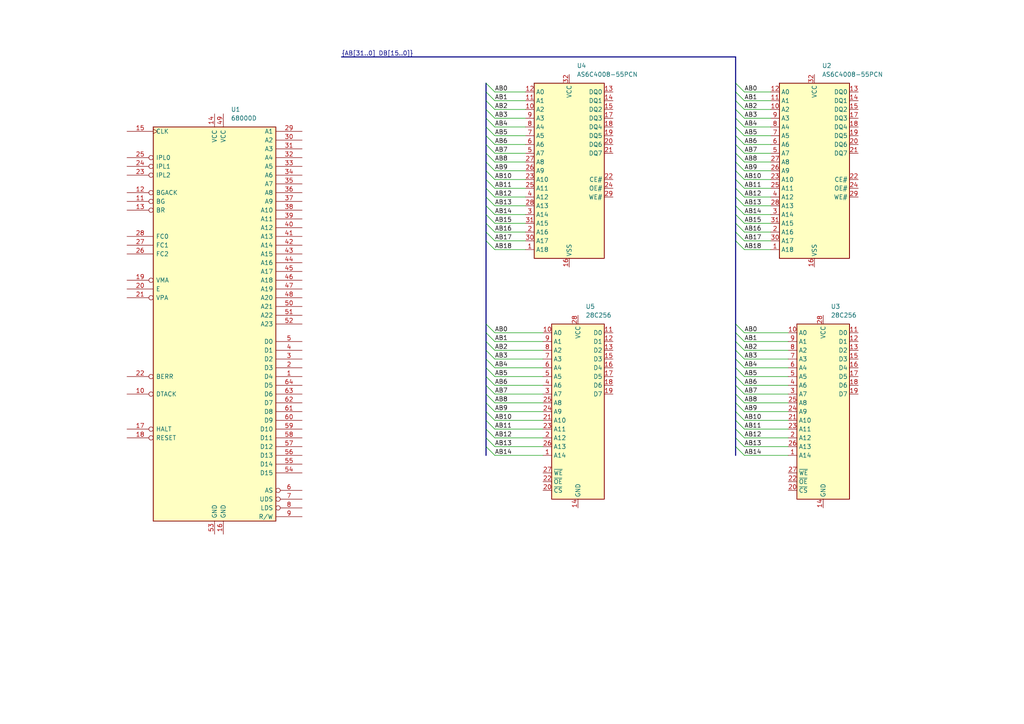
<source format=kicad_sch>
(kicad_sch (version 20231120) (generator "eeschema") (generator_version "8.0")
  (paper "A4")
  (lib_symbols
    (symbol "CPU_NXP_68000:68000D" (pin_names (offset 0.762))
      (property "Reference" "U" (at 0 2.54 0))
      (property "Value" "68000D" (at 0 -3.81 0))
      (symbol "68000D_0_1"
        (rectangle (start -17.78 57.15) (end 17.78 -57.15) (stroke (width 0.254)) (fill (type background)))
      )
      (symbol "68000D_1_1"
        (pin bidirectional line (at 25.4 -15.24 180) (length 7.62) (name "D4") (number "1"))
        (pin input inverted (at -25.4 -20.32 0) (length 7.62) (name "DTACK") (number "10"))
        (pin output inverted (at -25.4 35.56 0) (length 7.62) (name "BG") (number "11"))
        (pin input inverted (at -25.4 38.1 0) (length 7.62) (name "BGACK") (number "12"))
        (pin input inverted (at -25.4 33.02 0) (length 7.62) (name "BR") (number "13"))
        (pin power_in line (at 0 60.96 270) (length 3.81) (name "VCC") (number "14"))
        (pin input clock (at -25.4 55.88 0) (length 7.62) (name "CLK") (number "15"))
        (pin power_in line (at 2.54 -60.96 90) (length 3.81) (name "GND") (number "16"))
        (pin bidirectional inverted (at -25.4 -30.48 0) (length 7.62) (name "HALT") (number "17"))
        (pin bidirectional inverted (at -25.4 -33.02 0) (length 7.62) (name "RESET") (number "18"))
        (pin output inverted (at -25.4 12.7 0) (length 7.62) (name "VMA") (number "19"))
        (pin bidirectional line (at 25.4 -12.7 180) (length 7.62) (name "D3") (number "2"))
        (pin output line (at -25.4 10.16 0) (length 7.62) (name "E") (number "20"))
        (pin input inverted (at -25.4 7.62 0) (length 7.62) (name "VPA") (number "21"))
        (pin input inverted (at -25.4 -15.24 0) (length 7.62) (name "BERR") (number "22"))
        (pin input inverted (at -25.4 43.18 0) (length 7.62) (name "IPL2") (number "23"))
        (pin input inverted (at -25.4 45.72 0) (length 7.62) (name "IPL1") (number "24"))
        (pin input inverted (at -25.4 48.26 0) (length 7.62) (name "IPL0") (number "25"))
        (pin output line (at -25.4 20.32 0) (length 7.62) (name "FC2") (number "26"))
        (pin output line (at -25.4 22.86 0) (length 7.62) (name "FC1") (number "27"))
        (pin output line (at -25.4 25.4 0) (length 7.62) (name "FC0") (number "28"))
        (pin output line (at 25.4 55.88 180) (length 7.62) (name "A1") (number "29"))
        (pin bidirectional line (at 25.4 -10.16 180) (length 7.62) (name "D2") (number "3"))
        (pin output line (at 25.4 53.34 180) (length 7.62) (name "A2") (number "30"))
        (pin output line (at 25.4 50.8 180) (length 7.62) (name "A3") (number "31"))
        (pin output line (at 25.4 48.26 180) (length 7.62) (name "A4") (number "32"))
        (pin output line (at 25.4 45.72 180) (length 7.62) (name "A5") (number "33"))
        (pin output line (at 25.4 43.18 180) (length 7.62) (name "A6") (number "34"))
        (pin output line (at 25.4 40.64 180) (length 7.62) (name "A7") (number "35"))
        (pin output line (at 25.4 38.1 180) (length 7.62) (name "A8") (number "36"))
        (pin output line (at 25.4 35.56 180) (length 7.62) (name "A9") (number "37"))
        (pin output line (at 25.4 33.02 180) (length 7.62) (name "A10") (number "38"))
        (pin output line (at 25.4 30.48 180) (length 7.62) (name "A11") (number "39"))
        (pin bidirectional line (at 25.4 -7.62 180) (length 7.62) (name "D1") (number "4"))
        (pin output line (at 25.4 27.94 180) (length 7.62) (name "A12") (number "40"))
        (pin output line (at 25.4 25.4 180) (length 7.62) (name "A13") (number "41"))
        (pin output line (at 25.4 22.86 180) (length 7.62) (name "A14") (number "42"))
        (pin output line (at 25.4 20.32 180) (length 7.62) (name "A15") (number "43"))
        (pin output line (at 25.4 17.78 180) (length 7.62) (name "A16") (number "44"))
        (pin output line (at 25.4 15.24 180) (length 7.62) (name "A17") (number "45"))
        (pin output line (at 25.4 12.7 180) (length 7.62) (name "A18") (number "46"))
        (pin output line (at 25.4 10.16 180) (length 7.62) (name "A19") (number "47"))
        (pin output line (at 25.4 7.62 180) (length 7.62) (name "A20") (number "48"))
        (pin power_in line (at 2.54 60.96 270) (length 3.81) (name "VCC") (number "49"))
        (pin bidirectional line (at 25.4 -5.08 180) (length 7.62) (name "D0") (number "5"))
        (pin output line (at 25.4 5.08 180) (length 7.62) (name "A21") (number "50"))
        (pin output line (at 25.4 2.54 180) (length 7.62) (name "A22") (number "51"))
        (pin output line (at 25.4 0 180) (length 7.62) (name "A23") (number "52"))
        (pin power_in line (at 0 -60.96 90) (length 3.81) (name "GND") (number "53"))
        (pin bidirectional line (at 25.4 -43.18 180) (length 7.62) (name "D15") (number "54"))
        (pin bidirectional line (at 25.4 -40.64 180) (length 7.62) (name "D14") (number "55"))
        (pin bidirectional line (at 25.4 -38.1 180) (length 7.62) (name "D13") (number "56"))
        (pin bidirectional line (at 25.4 -35.56 180) (length 7.62) (name "D12") (number "57"))
        (pin bidirectional line (at 25.4 -33.02 180) (length 7.62) (name "D11") (number "58"))
        (pin bidirectional line (at 25.4 -30.48 180) (length 7.62) (name "D10") (number "59"))
        (pin output inverted (at 25.4 -48.26 180) (length 7.62) (name "AS") (number "6"))
        (pin bidirectional line (at 25.4 -27.94 180) (length 7.62) (name "D9") (number "60"))
        (pin bidirectional line (at 25.4 -25.4 180) (length 7.62) (name "D8") (number "61"))
        (pin bidirectional line (at 25.4 -22.86 180) (length 7.62) (name "D7") (number "62"))
        (pin bidirectional line (at 25.4 -20.32 180) (length 7.62) (name "D6") (number "63"))
        (pin bidirectional line (at 25.4 -17.78 180) (length 7.62) (name "D5") (number "64"))
        (pin output inverted (at 25.4 -50.8 180) (length 7.62) (name "UDS") (number "7"))
        (pin output inverted (at 25.4 -53.34 180) (length 7.62) (name "LDS") (number "8"))
        (pin output line (at 25.4 -55.88 180) (length 7.62) (name "R/W") (number "9"))
      )
    )
    (symbol "Memory_EEPROM:28C256"
      (property "Reference" "U" (at -7.62 26.67 0))
      (property "Value" "28C256" (at 2.54 -26.67 0))
      (symbol "28C256_1_1"
        (rectangle (start -7.62 25.4) (end 7.62 -25.4) (stroke (width 0.254)) (fill (type background)))
        (pin input line (at -10.16 -12.7 0) (length 2.54) (name "A14") (number "1"))
        (pin input line (at -10.16 22.86 0) (length 2.54) (name "A0") (number "10"))
        (pin tri_state line (at 10.16 22.86 180) (length 2.54) (name "D0") (number "11"))
        (pin tri_state line (at 10.16 20.32 180) (length 2.54) (name "D1") (number "12"))
        (pin tri_state line (at 10.16 17.78 180) (length 2.54) (name "D2") (number "13"))
        (pin power_in line (at 0 -27.94 90) (length 2.54) (name "GND") (number "14"))
        (pin tri_state line (at 10.16 15.24 180) (length 2.54) (name "D3") (number "15"))
        (pin tri_state line (at 10.16 12.7 180) (length 2.54) (name "D4") (number "16"))
        (pin tri_state line (at 10.16 10.16 180) (length 2.54) (name "D5") (number "17"))
        (pin tri_state line (at 10.16 7.62 180) (length 2.54) (name "D6") (number "18"))
        (pin tri_state line (at 10.16 5.08 180) (length 2.54) (name "D7") (number "19"))
        (pin input line (at -10.16 -7.62 0) (length 2.54) (name "A12") (number "2"))
        (pin input line (at -10.16 -22.86 0) (length 2.54) (name "~{CS}") (number "20"))
        (pin input line (at -10.16 -2.54 0) (length 2.54) (name "A10") (number "21"))
        (pin input line (at -10.16 -20.32 0) (length 2.54) (name "~{OE}") (number "22"))
        (pin input line (at -10.16 -5.08 0) (length 2.54) (name "A11") (number "23"))
        (pin input line (at -10.16 0 0) (length 2.54) (name "A9") (number "24"))
        (pin input line (at -10.16 2.54 0) (length 2.54) (name "A8") (number "25"))
        (pin input line (at -10.16 -10.16 0) (length 2.54) (name "A13") (number "26"))
        (pin input line (at -10.16 -17.78 0) (length 2.54) (name "~{WE}") (number "27"))
        (pin power_in line (at 0 27.94 270) (length 2.54) (name "VCC") (number "28"))
        (pin input line (at -10.16 5.08 0) (length 2.54) (name "A7") (number "3"))
        (pin input line (at -10.16 7.62 0) (length 2.54) (name "A6") (number "4"))
        (pin input line (at -10.16 10.16 0) (length 2.54) (name "A5") (number "5"))
        (pin input line (at -10.16 12.7 0) (length 2.54) (name "A4") (number "6"))
        (pin input line (at -10.16 15.24 0) (length 2.54) (name "A3") (number "7"))
        (pin input line (at -10.16 17.78 0) (length 2.54) (name "A2") (number "8"))
        (pin input line (at -10.16 20.32 0) (length 2.54) (name "A1") (number "9"))
      )
    )
    (symbol "Memory_RAM:AS6C4008-55PCN"
      (property "Reference" "U" (at -10.16 26.035 0))
      (property "Value" "AS6C4008-55PCN" (at 2.54 26.035 0))
      (symbol "AS6C4008-55PCN_0_0"
        (pin power_in line (at 0 -27.94 90) (length 2.54) (name "VSS") (number "16"))
        (pin power_in line (at 0 27.94 270) (length 2.54) (name "VCC") (number "32"))
      )
      (symbol "AS6C4008-55PCN_0_1"
        (rectangle (start -10.16 25.4) (end 10.16 -25.4) (stroke (width 0.254)) (fill (type background)))
      )
      (symbol "AS6C4008-55PCN_1_1"
        (pin input line (at -12.7 -22.86 0) (length 2.54) (name "A18") (number "1"))
        (pin input line (at -12.7 17.78 0) (length 2.54) (name "A2") (number "10"))
        (pin input line (at -12.7 20.32 0) (length 2.54) (name "A1") (number "11"))
        (pin input line (at -12.7 22.86 0) (length 2.54) (name "A0") (number "12"))
        (pin tri_state line (at 12.7 22.86 180) (length 2.54) (name "DQ0") (number "13"))
        (pin tri_state line (at 12.7 20.32 180) (length 2.54) (name "DQ1") (number "14"))
        (pin tri_state line (at 12.7 17.78 180) (length 2.54) (name "DQ2") (number "15"))
        (pin tri_state line (at 12.7 15.24 180) (length 2.54) (name "DQ3") (number "17"))
        (pin tri_state line (at 12.7 12.7 180) (length 2.54) (name "DQ4") (number "18"))
        (pin tri_state line (at 12.7 10.16 180) (length 2.54) (name "DQ5") (number "19"))
        (pin input line (at -12.7 -17.78 0) (length 2.54) (name "A16") (number "2"))
        (pin tri_state line (at 12.7 7.62 180) (length 2.54) (name "DQ6") (number "20"))
        (pin tri_state line (at 12.7 5.08 180) (length 2.54) (name "DQ7") (number "21"))
        (pin input line (at 12.7 -2.54 180) (length 2.54) (name "CE#") (number "22"))
        (pin input line (at -12.7 -2.54 0) (length 2.54) (name "A10") (number "23"))
        (pin input line (at 12.7 -5.08 180) (length 2.54) (name "OE#") (number "24"))
        (pin input line (at -12.7 -5.08 0) (length 2.54) (name "A11") (number "25"))
        (pin input line (at -12.7 0 0) (length 2.54) (name "A9") (number "26"))
        (pin input line (at -12.7 2.54 0) (length 2.54) (name "A8") (number "27"))
        (pin input line (at -12.7 -10.16 0) (length 2.54) (name "A13") (number "28"))
        (pin input line (at 12.7 -7.62 180) (length 2.54) (name "WE#") (number "29"))
        (pin input line (at -12.7 -12.7 0) (length 2.54) (name "A14") (number "3"))
        (pin input line (at -12.7 -20.32 0) (length 2.54) (name "A17") (number "30"))
        (pin input line (at -12.7 -15.24 0) (length 2.54) (name "A15") (number "31"))
        (pin input line (at -12.7 -7.62 0) (length 2.54) (name "A12") (number "4"))
        (pin input line (at -12.7 5.08 0) (length 2.54) (name "A7") (number "5"))
        (pin input line (at -12.7 7.62 0) (length 2.54) (name "A6") (number "6"))
        (pin input line (at -12.7 10.16 0) (length 2.54) (name "A5") (number "7"))
        (pin input line (at -12.7 12.7 0) (length 2.54) (name "A4") (number "8"))
        (pin input line (at -12.7 15.24 0) (length 2.54) (name "A3") (number "9"))
      )
    )
  )
  (bus_entry (at 213.36 59.69) (size 2.54 2.54))
  (bus_entry (at 213.36 36.83) (size 2.54 2.54))
  (bus_entry (at 140.97 121.92) (size 2.54 2.54))
  (bus_entry (at 213.36 106.68) (size 2.54 2.54))
  (bus_entry (at 140.97 57.15) (size 2.54 2.54))
  (bus_entry (at 140.97 34.29) (size 2.54 2.54))
  (bus_entry (at 140.97 59.69) (size 2.54 2.54))
  (bus_entry (at 140.97 46.99) (size 2.54 2.54))
  (bus_entry (at 140.97 62.23) (size 2.54 2.54))
  (bus_entry (at 140.97 114.3) (size 2.54 2.54))
  (bus_entry (at 140.97 69.85) (size 2.54 2.54))
  (bus_entry (at 213.36 96.52) (size 2.54 2.54))
  (bus_entry (at 140.97 106.68) (size 2.54 2.54))
  (bus_entry (at 140.97 124.46) (size 2.54 2.54))
  (bus_entry (at 140.97 52.07) (size 2.54 2.54))
  (bus_entry (at 213.36 29.21) (size 2.54 2.54))
  (bus_entry (at 213.36 46.99) (size 2.54 2.54))
  (bus_entry (at 213.36 67.31) (size 2.54 2.54))
  (bus_entry (at 140.97 49.53) (size 2.54 2.54))
  (bus_entry (at 213.36 64.77) (size 2.54 2.54))
  (bus_entry (at 213.36 93.98) (size 2.54 2.54))
  (bus_entry (at 213.36 57.15) (size 2.54 2.54))
  (bus_entry (at 213.36 44.45) (size 2.54 2.54))
  (bus_entry (at 213.36 52.07) (size 2.54 2.54))
  (bus_entry (at 213.36 101.6) (size 2.54 2.54))
  (bus_entry (at 140.97 24.13) (size 2.54 2.54))
  (bus_entry (at 213.36 31.75) (size 2.54 2.54))
  (bus_entry (at 140.97 104.14) (size 2.54 2.54))
  (bus_entry (at 140.97 54.61) (size 2.54 2.54))
  (bus_entry (at 213.36 121.92) (size 2.54 2.54))
  (bus_entry (at 140.97 99.06) (size 2.54 2.54))
  (bus_entry (at 140.97 109.22) (size 2.54 2.54))
  (bus_entry (at 140.97 31.75) (size 2.54 2.54))
  (bus_entry (at 213.36 34.29) (size 2.54 2.54))
  (bus_entry (at 213.36 49.53) (size 2.54 2.54))
  (bus_entry (at 140.97 64.77) (size 2.54 2.54))
  (bus_entry (at 213.36 24.13) (size 2.54 2.54))
  (bus_entry (at 140.97 96.52) (size 2.54 2.54))
  (bus_entry (at 140.97 127) (size 2.54 2.54))
  (bus_entry (at 213.36 124.46) (size 2.54 2.54))
  (bus_entry (at 213.36 116.84) (size 2.54 2.54))
  (bus_entry (at 213.36 26.67) (size 2.54 2.54))
  (bus_entry (at 140.97 129.54) (size 2.54 2.54))
  (bus_entry (at 140.97 116.84) (size 2.54 2.54))
  (bus_entry (at 140.97 93.98) (size 2.54 2.54))
  (bus_entry (at 140.97 101.6) (size 2.54 2.54))
  (bus_entry (at 213.36 114.3) (size 2.54 2.54))
  (bus_entry (at 213.36 109.22) (size 2.54 2.54))
  (bus_entry (at 213.36 39.37) (size 2.54 2.54))
  (bus_entry (at 213.36 119.38) (size 2.54 2.54))
  (bus_entry (at 213.36 111.76) (size 2.54 2.54))
  (bus_entry (at 213.36 62.23) (size 2.54 2.54))
  (bus_entry (at 213.36 129.54) (size 2.54 2.54))
  (bus_entry (at 140.97 41.91) (size 2.54 2.54))
  (bus_entry (at 213.36 54.61) (size 2.54 2.54))
  (bus_entry (at 140.97 39.37) (size 2.54 2.54))
  (bus_entry (at 213.36 99.06) (size 2.54 2.54))
  (bus_entry (at 140.97 67.31) (size 2.54 2.54))
  (bus_entry (at 140.97 119.38) (size 2.54 2.54))
  (bus_entry (at 140.97 26.67) (size 2.54 2.54))
  (bus_entry (at 140.97 29.21) (size 2.54 2.54))
  (bus_entry (at 140.97 44.45) (size 2.54 2.54))
  (bus_entry (at 213.36 127) (size 2.54 2.54))
  (bus_entry (at 213.36 104.14) (size 2.54 2.54))
  (bus_entry (at 140.97 36.83) (size 2.54 2.54))
  (bus_entry (at 213.36 41.91) (size 2.54 2.54))
  (bus_entry (at 140.97 111.76) (size 2.54 2.54))
  (bus_entry (at 213.36 69.85) (size 2.54 2.54))
  (wire (pts (xy 215.9 127) (xy 228.6 127)))
  (wire (pts (xy 143.51 49.53) (xy 152.4 49.53)))
  (wire (pts (xy 143.51 96.52) (xy 157.48 96.52)))
  (wire (pts (xy 143.51 121.92) (xy 157.48 121.92)))
  (wire (pts (xy 143.51 119.38) (xy 157.48 119.38)))
  (bus (pts (xy 213.36 104.14) (xy 213.36 106.68)))
  (wire (pts (xy 143.51 109.22) (xy 157.48 109.22)))
  (wire (pts (xy 215.9 104.14) (xy 228.6 104.14)))
  (bus (pts (xy 140.97 26.67) (xy 140.97 29.21)))
  (wire (pts (xy 215.9 99.06) (xy 228.6 99.06)))
  (bus (pts (xy 213.36 39.37) (xy 213.36 41.91)))
  (bus (pts (xy 140.97 127) (xy 140.97 129.54)))
  (bus (pts (xy 140.97 111.76) (xy 140.97 114.3)))
  (wire (pts (xy 215.9 59.69) (xy 223.52 59.69)))
  (wire (pts (xy 143.51 54.61) (xy 152.4 54.61)))
  (wire (pts (xy 215.9 41.91) (xy 223.52 41.91)))
  (bus (pts (xy 213.36 29.21) (xy 213.36 31.75)))
  (wire (pts (xy 143.51 39.37) (xy 152.4 39.37)))
  (wire (pts (xy 143.51 132.08) (xy 157.48 132.08)))
  (bus (pts (xy 213.36 31.75) (xy 213.36 34.29)))
  (bus (pts (xy 213.36 62.23) (xy 213.36 64.77)))
  (bus (pts (xy 140.97 44.45) (xy 140.97 46.99)))
  (bus (pts (xy 213.36 16.51) (xy 213.36 24.13)))
  (bus (pts (xy 213.36 124.46) (xy 213.36 127)))
  (wire (pts (xy 143.51 57.15) (xy 152.4 57.15)))
  (bus (pts (xy 213.36 69.85) (xy 213.36 93.98)))
  (wire (pts (xy 215.9 31.75) (xy 223.52 31.75)))
  (bus (pts (xy 213.36 34.29) (xy 213.36 36.83)))
  (bus (pts (xy 140.97 64.77) (xy 140.97 67.31)))
  (wire (pts (xy 215.9 62.23) (xy 223.52 62.23)))
  (wire (pts (xy 143.51 52.07) (xy 152.4 52.07)))
  (bus (pts (xy 140.97 41.91) (xy 140.97 44.45)))
  (bus (pts (xy 140.97 99.06) (xy 140.97 101.6)))
  (bus (pts (xy 140.97 62.23) (xy 140.97 64.77)))
  (wire (pts (xy 215.9 121.92) (xy 228.6 121.92)))
  (wire (pts (xy 143.51 104.14) (xy 157.48 104.14)))
  (wire (pts (xy 215.9 69.85) (xy 223.52 69.85)))
  (wire (pts (xy 143.51 46.99) (xy 152.4 46.99)))
  (bus (pts (xy 140.97 31.75) (xy 140.97 34.29)))
  (bus (pts (xy 213.36 99.06) (xy 213.36 101.6)))
  (wire (pts (xy 215.9 96.52) (xy 228.6 96.52)))
  (wire (pts (xy 215.9 52.07) (xy 223.52 52.07)))
  (wire (pts (xy 143.51 64.77) (xy 152.4 64.77)))
  (bus (pts (xy 140.97 93.98) (xy 140.97 96.52)))
  (wire (pts (xy 215.9 29.21) (xy 223.52 29.21)))
  (bus (pts (xy 140.97 96.52) (xy 140.97 99.06)))
  (bus (pts (xy 140.97 69.85) (xy 140.97 93.98)))
  (bus (pts (xy 140.97 124.46) (xy 140.97 127)))
  (wire (pts (xy 215.9 132.08) (xy 228.6 132.08)))
  (wire (pts (xy 215.9 46.99) (xy 223.52 46.99)))
  (wire (pts (xy 215.9 109.22) (xy 228.6 109.22)))
  (wire (pts (xy 143.51 62.23) (xy 152.4 62.23)))
  (bus (pts (xy 213.36 41.91) (xy 213.36 44.45)))
  (bus (pts (xy 140.97 29.21) (xy 140.97 31.75)))
  (wire (pts (xy 215.9 72.39) (xy 223.52 72.39)))
  (bus (pts (xy 213.36 46.99) (xy 213.36 49.53)))
  (wire (pts (xy 215.9 111.76) (xy 228.6 111.76)))
  (bus (pts (xy 213.36 49.53) (xy 213.36 52.07)))
  (wire (pts (xy 215.9 106.68) (xy 228.6 106.68)))
  (bus (pts (xy 213.36 26.67) (xy 213.36 29.21)))
  (bus (pts (xy 140.97 106.68) (xy 140.97 109.22)))
  (bus (pts (xy 213.36 101.6) (xy 213.36 104.14)))
  (bus (pts (xy 140.97 104.14) (xy 140.97 106.68)))
  (bus (pts (xy 213.36 119.38) (xy 213.36 121.92)))
  (wire (pts (xy 143.51 99.06) (xy 157.48 99.06)))
  (bus (pts (xy 140.97 67.31) (xy 140.97 69.85)))
  (bus (pts (xy 213.36 59.69) (xy 213.36 62.23)))
  (wire (pts (xy 143.51 127) (xy 157.48 127)))
  (bus (pts (xy 140.97 114.3) (xy 140.97 116.84)))
  (wire (pts (xy 143.51 106.68) (xy 157.48 106.68)))
  (bus (pts (xy 213.36 109.22) (xy 213.36 111.76)))
  (wire (pts (xy 215.9 124.46) (xy 228.6 124.46)))
  (wire (pts (xy 143.51 29.21) (xy 152.4 29.21)))
  (wire (pts (xy 143.51 34.29) (xy 152.4 34.29)))
  (bus (pts (xy 140.97 34.29) (xy 140.97 36.83)))
  (wire (pts (xy 143.51 101.6) (xy 157.48 101.6)))
  (wire (pts (xy 143.51 116.84) (xy 157.48 116.84)))
  (wire (pts (xy 143.51 31.75) (xy 152.4 31.75)))
  (bus (pts (xy 213.36 67.31) (xy 213.36 69.85)))
  (bus (pts (xy 213.36 127) (xy 213.36 129.54)))
  (bus (pts (xy 140.97 59.69) (xy 140.97 62.23)))
  (wire (pts (xy 215.9 26.67) (xy 223.52 26.67)))
  (wire (pts (xy 215.9 36.83) (xy 223.52 36.83)))
  (wire (pts (xy 143.51 124.46) (xy 157.48 124.46)))
  (wire (pts (xy 143.51 69.85) (xy 152.4 69.85)))
  (wire (pts (xy 143.51 72.39) (xy 152.4 72.39)))
  (bus (pts (xy 213.36 121.92) (xy 213.36 124.46)))
  (wire (pts (xy 215.9 44.45) (xy 223.52 44.45)))
  (wire (pts (xy 215.9 34.29) (xy 223.52 34.29)))
  (wire (pts (xy 215.9 129.54) (xy 228.6 129.54)))
  (bus (pts (xy 140.97 24.13) (xy 140.97 26.67)))
  (bus (pts (xy 140.97 116.84) (xy 140.97 119.38)))
  (bus (pts (xy 140.97 121.92) (xy 140.97 124.46)))
  (bus (pts (xy 213.36 111.76) (xy 213.36 114.3)))
  (bus (pts (xy 213.36 54.61) (xy 213.36 57.15)))
  (wire (pts (xy 215.9 54.61) (xy 223.52 54.61)))
  (wire (pts (xy 143.51 67.31) (xy 152.4 67.31)))
  (wire (pts (xy 143.51 59.69) (xy 152.4 59.69)))
  (bus (pts (xy 140.97 52.07) (xy 140.97 54.61)))
  (bus (pts (xy 213.36 106.68) (xy 213.36 109.22)))
  (bus (pts (xy 140.97 101.6) (xy 140.97 104.14)))
  (bus (pts (xy 140.97 39.37) (xy 140.97 41.91)))
  (wire (pts (xy 215.9 64.77) (xy 223.52 64.77)))
  (bus (pts (xy 213.36 24.13) (xy 213.36 26.67)))
  (wire (pts (xy 215.9 116.84) (xy 228.6 116.84)))
  (wire (pts (xy 215.9 39.37) (xy 223.52 39.37)))
  (bus (pts (xy 213.36 64.77) (xy 213.36 67.31)))
  (bus (pts (xy 213.36 96.52) (xy 213.36 99.06)))
  (wire (pts (xy 215.9 114.3) (xy 228.6 114.3)))
  (wire (pts (xy 143.51 114.3) (xy 157.48 114.3)))
  (bus (pts (xy 213.36 129.54) (xy 213.36 132.08)))
  (bus (pts (xy 140.97 46.99) (xy 140.97 49.53)))
  (bus (pts (xy 213.36 36.83) (xy 213.36 39.37)))
  (wire (pts (xy 143.51 36.83) (xy 152.4 36.83)))
  (bus (pts (xy 213.36 44.45) (xy 213.36 46.99)))
  (wire (pts (xy 143.51 44.45) (xy 152.4 44.45)))
  (bus (pts (xy 140.97 36.83) (xy 140.97 39.37)))
  (bus (pts (xy 213.36 116.84) (xy 213.36 119.38)))
  (bus (pts (xy 213.36 93.98) (xy 213.36 96.52)))
  (bus (pts (xy 140.97 109.22) (xy 140.97 111.76)))
  (bus (pts (xy 99.06 16.51) (xy 213.36 16.51)))
  (wire (pts (xy 143.51 111.76) (xy 157.48 111.76)))
  (wire (pts (xy 215.9 57.15) (xy 223.52 57.15)))
  (bus (pts (xy 140.97 119.38) (xy 140.97 121.92)))
  (wire (pts (xy 215.9 67.31) (xy 223.52 67.31)))
  (bus (pts (xy 213.36 57.15) (xy 213.36 59.69)))
  (bus (pts (xy 140.97 129.54) (xy 140.97 132.08)))
  (wire (pts (xy 143.51 129.54) (xy 157.48 129.54)))
  (wire (pts (xy 215.9 101.6) (xy 228.6 101.6)))
  (bus (pts (xy 140.97 54.61) (xy 140.97 57.15)))
  (wire (pts (xy 143.51 41.91) (xy 152.4 41.91)))
  (bus (pts (xy 140.97 49.53) (xy 140.97 52.07)))
  (wire (pts (xy 143.51 26.67) (xy 152.4 26.67)))
  (bus (pts (xy 213.36 114.3) (xy 213.36 116.84)))
  (bus (pts (xy 213.36 52.07) (xy 213.36 54.61)))
  (wire (pts (xy 215.9 119.38) (xy 228.6 119.38)))
  (wire (pts (xy 215.9 49.53) (xy 223.52 49.53)))
  (bus (pts (xy 140.97 57.15) (xy 140.97 59.69)))
  (label "AB9" (at 143.51 49.53 0))
  (label "AB14" (at 215.9 62.23 0))
  (label "AB4" (at 143.51 36.83 0))
  (label "AB6" (at 143.51 111.76 0))
  (label "AB10" (at 143.51 52.07 0))
  (label "AB9" (at 143.51 119.38 0))
  (label "AB8" (at 215.9 46.99 0))
  (label "AB7" (at 215.9 114.3 0))
  (label "AB2" (at 215.9 31.75 0))
  (label "AB18" (at 215.9 72.39 0))
  (label "AB17" (at 143.51 69.85 0))
  (label "AB11" (at 215.9 124.46 0))
  (label "AB13" (at 215.9 129.54 0))
  (label "AB10" (at 143.51 121.92 0))
  (label "AB5" (at 143.51 109.22 0))
  (label "AB5" (at 215.9 109.22 0))
  (label "AB4" (at 215.9 106.68 0))
  (label "AB9" (at 215.9 119.38 0))
  (label "AB1" (at 215.9 29.21 0))
  (label "AB5" (at 215.9 39.37 0))
  (label "AB11" (at 215.9 54.61 0))
  (label "AB8" (at 215.9 116.84 0))
  (label "AB0" (at 143.51 26.67 0))
  (label "AB7" (at 143.51 114.3 0))
  (label "AB7" (at 143.51 44.45 0))
  (label "AB1" (at 215.9 99.06 0))
  (label "AB1" (at 143.51 99.06 0))
  (label "AB3" (at 215.9 104.14 0))
  (label "AB11" (at 143.51 54.61 0))
  (label "AB13" (at 143.51 129.54 0))
  (label "AB17" (at 215.9 69.85 0))
  (label "AB0" (at 143.51 96.52 0))
  (label "AB3" (at 143.51 34.29 0))
  (label "AB13" (at 143.51 59.69 0))
  (label "AB2" (at 143.51 31.75 0))
  (label "AB14" (at 143.51 132.08 0))
  (label "AB8" (at 143.51 46.99 0))
  (label "AB2" (at 215.9 101.6 0))
  (label "AB16" (at 215.9 67.31 0))
  (label "AB3" (at 215.9 34.29 0))
  (label "AB16" (at 143.51 67.31 0))
  (label "AB2" (at 143.51 101.6 0))
  (label "AB12" (at 143.51 127 0))
  (label "AB10" (at 215.9 52.07 0))
  (label "AB12" (at 143.51 57.15 0))
  (label "AB18" (at 143.51 72.39 0))
  (label "AB1" (at 143.51 29.21 0))
  (label "AB4" (at 143.51 106.68 0))
  (label "AB0" (at 215.9 96.52 0))
  (label "AB6" (at 215.9 111.76 0))
  (label "AB8" (at 143.51 116.84 0))
  (label "AB13" (at 215.9 59.69 0))
  (label "AB12" (at 215.9 127 0))
  (label "AB5" (at 143.51 39.37 0))
  (label "AB9" (at 215.9 49.53 0))
  (label "AB10" (at 215.9 121.92 0))
  (label "AB6" (at 215.9 41.91 0))
  (label "{AB[31..0] DB[15..0]} " (at 99.06 16.51 0))
  (label "AB14" (at 143.51 62.23 0))
  (label "AB14" (at 215.9 132.08 0))
  (label "AB0" (at 215.9 26.67 0))
  (label "AB6" (at 143.51 41.91 0))
  (label "AB15" (at 143.51 64.77 0))
  (label "AB7" (at 215.9 44.45 0))
  (label "AB15" (at 215.9 64.77 0))
  (label "AB12" (at 215.9 57.15 0))
  (label "AB11" (at 143.51 124.46 0))
  (label "AB3" (at 143.51 104.14 0))
  (label "AB4" (at 215.9 36.83 0))
  (symbol (lib_id "CPU_NXP_68000:68000D") (at 62.23 93.98 0) (unit 1)
    (property "Reference" "U1" (at 66.9641 31.75 0) (effects (justify left)))
    (property "Value" "68000D" (at 66.9641 34.29 0) (effects (justify left)))
    (property "Datasheet" "https://www.nxp.com/docs/en/reference-manual/MC68000UM.pdf" (effects (hide yes)))
    (property "Description" "16/32-bit Microprocessor" (effects (hide yes)))
  )
  (symbol (lib_id "Memory_EEPROM:28C256") (at 238.76 119.38 0) (unit 1)
    (property "Reference" "U3" (at 240.9541 88.9 0) (effects (justify left)))
    (property "Value" "28C256" (at 240.9541 91.44 0) (effects (justify left)))
    (property "Footprint" "Package_DIP:DIP-28_W15.24mm_Socket_LongPads" (effects (hide yes)))
    (property "Datasheet" "http://ww1.microchip.com/downloads/en/DeviceDoc/doc0006.pdf" (effects (hide yes)))
    (property "Description" "Paged Parallel EEPROM 256Kb (32K x 8), DIP-28/SOIC-28" (effects (hide yes)))
  )
  (symbol (lib_id "Memory_EEPROM:28C256") (at 167.64 119.38 0) (unit 1)
    (property "Reference" "U5" (at 169.8341 88.9 0) (effects (justify left)))
    (property "Value" "28C256" (at 169.8341 91.44 0) (effects (justify left)))
    (property "Footprint" "Package_DIP:DIP-28_W15.24mm_Socket_LongPads" (effects (hide yes)))
    (property "Datasheet" "http://ww1.microchip.com/downloads/en/DeviceDoc/doc0006.pdf" (effects (hide yes)))
    (property "Description" "Paged Parallel EEPROM 256Kb (32K x 8), DIP-28/SOIC-28" (effects (hide yes)))
  )
  (symbol (lib_id "Memory_RAM:AS6C4008-55PCN") (at 165.1 49.53 0) (unit 1)
    (property "Reference" "U4" (at 167.2941 19.05 0) (effects (justify left)))
    (property "Value" "AS6C4008-55PCN" (at 167.2941 21.59 0) (effects (justify left)))
    (property "Footprint" "Package_DIP:DIP-32_W15.24mm_Socket_LongPads" (effects (hide yes)))
    (property "Datasheet" "https://www.alliancememory.com/wp-content/uploads/pdf/AS6C4008.pdf" (effects (hide yes)))
    (property "Description" "512K x 8 Low Power CMOS RAM, DIP-32" (effects (hide yes)))
  )
  (symbol (lib_id "Memory_RAM:AS6C4008-55PCN") (at 236.22 49.53 0) (unit 1)
    (property "Reference" "U2" (at 238.4141 19.05 0) (effects (justify left)))
    (property "Value" "AS6C4008-55PCN" (at 238.4141 21.59 0) (effects (justify left)))
    (property "Footprint" "Package_DIP:DIP-32_W15.24mm_Socket_LongPads" (effects (hide yes)))
    (property "Datasheet" "https://www.alliancememory.com/wp-content/uploads/pdf/AS6C4008.pdf" (effects (hide yes)))
    (property "Description" "512K x 8 Low Power CMOS RAM, DIP-32" (effects (hide yes)))
  )
)
</source>
